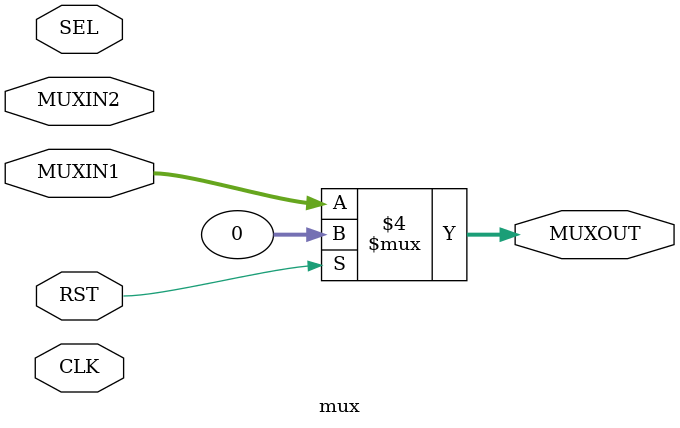
<source format=v>
module mux(MUXIN1, MUXIN2, MUXOUT, SEL, RST, CLK);
input CLK;
input RST;
input SEL;
input [31:0] MUXIN1;
input [31:0] MUXIN2;

output reg [31:0] MUXOUT;

always @(*) begin
    if(RST == 1) MUXOUT = 32'b0; 
    else
        MUXOUT = MUXIN1;
        
end

endmodule
</source>
